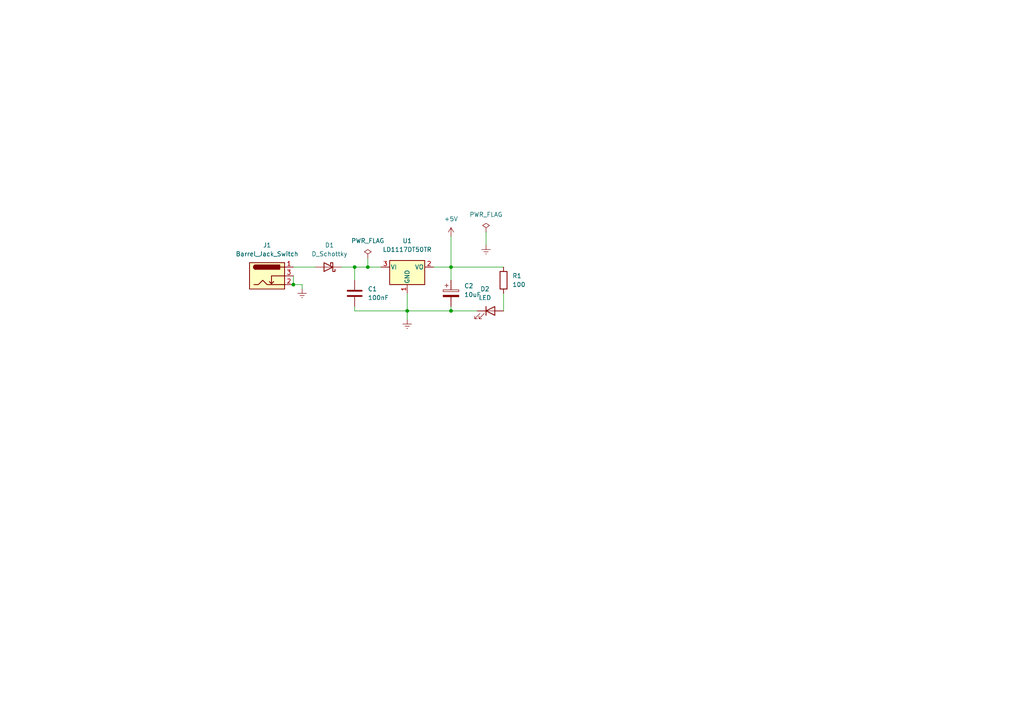
<source format=kicad_sch>
(kicad_sch (version 20211123) (generator eeschema)

  (uuid 7a0641fa-0def-42b5-ba2f-1fdc2419d678)

  (paper "A4")

  (lib_symbols
    (symbol "Connector:Barrel_Jack_Switch" (pin_names hide) (in_bom yes) (on_board yes)
      (property "Reference" "J" (id 0) (at 0 5.334 0)
        (effects (font (size 1.27 1.27)))
      )
      (property "Value" "Barrel_Jack_Switch" (id 1) (at 0 -5.08 0)
        (effects (font (size 1.27 1.27)))
      )
      (property "Footprint" "" (id 2) (at 1.27 -1.016 0)
        (effects (font (size 1.27 1.27)) hide)
      )
      (property "Datasheet" "~" (id 3) (at 1.27 -1.016 0)
        (effects (font (size 1.27 1.27)) hide)
      )
      (property "ki_keywords" "DC power barrel jack connector" (id 4) (at 0 0 0)
        (effects (font (size 1.27 1.27)) hide)
      )
      (property "ki_description" "DC Barrel Jack with an internal switch" (id 5) (at 0 0 0)
        (effects (font (size 1.27 1.27)) hide)
      )
      (property "ki_fp_filters" "BarrelJack*" (id 6) (at 0 0 0)
        (effects (font (size 1.27 1.27)) hide)
      )
      (symbol "Barrel_Jack_Switch_0_1"
        (rectangle (start -5.08 3.81) (end 5.08 -3.81)
          (stroke (width 0.254) (type default) (color 0 0 0 0))
          (fill (type background))
        )
        (arc (start -3.302 3.175) (mid -3.937 2.54) (end -3.302 1.905)
          (stroke (width 0.254) (type default) (color 0 0 0 0))
          (fill (type none))
        )
        (arc (start -3.302 3.175) (mid -3.937 2.54) (end -3.302 1.905)
          (stroke (width 0.254) (type default) (color 0 0 0 0))
          (fill (type outline))
        )
        (polyline
          (pts
            (xy 1.27 -2.286)
            (xy 1.905 -1.651)
          )
          (stroke (width 0.254) (type default) (color 0 0 0 0))
          (fill (type none))
        )
        (polyline
          (pts
            (xy 5.08 2.54)
            (xy 3.81 2.54)
          )
          (stroke (width 0.254) (type default) (color 0 0 0 0))
          (fill (type none))
        )
        (polyline
          (pts
            (xy 5.08 0)
            (xy 1.27 0)
            (xy 1.27 -2.286)
            (xy 0.635 -1.651)
          )
          (stroke (width 0.254) (type default) (color 0 0 0 0))
          (fill (type none))
        )
        (polyline
          (pts
            (xy -3.81 -2.54)
            (xy -2.54 -2.54)
            (xy -1.27 -1.27)
            (xy 0 -2.54)
            (xy 2.54 -2.54)
            (xy 5.08 -2.54)
          )
          (stroke (width 0.254) (type default) (color 0 0 0 0))
          (fill (type none))
        )
        (rectangle (start 3.683 3.175) (end -3.302 1.905)
          (stroke (width 0.254) (type default) (color 0 0 0 0))
          (fill (type outline))
        )
      )
      (symbol "Barrel_Jack_Switch_1_1"
        (pin passive line (at 7.62 2.54 180) (length 2.54)
          (name "~" (effects (font (size 1.27 1.27))))
          (number "1" (effects (font (size 1.27 1.27))))
        )
        (pin passive line (at 7.62 -2.54 180) (length 2.54)
          (name "~" (effects (font (size 1.27 1.27))))
          (number "2" (effects (font (size 1.27 1.27))))
        )
        (pin passive line (at 7.62 0 180) (length 2.54)
          (name "~" (effects (font (size 1.27 1.27))))
          (number "3" (effects (font (size 1.27 1.27))))
        )
      )
    )
    (symbol "Device:C" (pin_numbers hide) (pin_names (offset 0.254)) (in_bom yes) (on_board yes)
      (property "Reference" "C" (id 0) (at 0.635 2.54 0)
        (effects (font (size 1.27 1.27)) (justify left))
      )
      (property "Value" "C" (id 1) (at 0.635 -2.54 0)
        (effects (font (size 1.27 1.27)) (justify left))
      )
      (property "Footprint" "" (id 2) (at 0.9652 -3.81 0)
        (effects (font (size 1.27 1.27)) hide)
      )
      (property "Datasheet" "~" (id 3) (at 0 0 0)
        (effects (font (size 1.27 1.27)) hide)
      )
      (property "ki_keywords" "cap capacitor" (id 4) (at 0 0 0)
        (effects (font (size 1.27 1.27)) hide)
      )
      (property "ki_description" "Unpolarized capacitor" (id 5) (at 0 0 0)
        (effects (font (size 1.27 1.27)) hide)
      )
      (property "ki_fp_filters" "C_*" (id 6) (at 0 0 0)
        (effects (font (size 1.27 1.27)) hide)
      )
      (symbol "C_0_1"
        (polyline
          (pts
            (xy -2.032 -0.762)
            (xy 2.032 -0.762)
          )
          (stroke (width 0.508) (type default) (color 0 0 0 0))
          (fill (type none))
        )
        (polyline
          (pts
            (xy -2.032 0.762)
            (xy 2.032 0.762)
          )
          (stroke (width 0.508) (type default) (color 0 0 0 0))
          (fill (type none))
        )
      )
      (symbol "C_1_1"
        (pin passive line (at 0 3.81 270) (length 2.794)
          (name "~" (effects (font (size 1.27 1.27))))
          (number "1" (effects (font (size 1.27 1.27))))
        )
        (pin passive line (at 0 -3.81 90) (length 2.794)
          (name "~" (effects (font (size 1.27 1.27))))
          (number "2" (effects (font (size 1.27 1.27))))
        )
      )
    )
    (symbol "Device:C_Polarized" (pin_numbers hide) (pin_names (offset 0.254)) (in_bom yes) (on_board yes)
      (property "Reference" "C" (id 0) (at 0.635 2.54 0)
        (effects (font (size 1.27 1.27)) (justify left))
      )
      (property "Value" "C_Polarized" (id 1) (at 0.635 -2.54 0)
        (effects (font (size 1.27 1.27)) (justify left))
      )
      (property "Footprint" "" (id 2) (at 0.9652 -3.81 0)
        (effects (font (size 1.27 1.27)) hide)
      )
      (property "Datasheet" "~" (id 3) (at 0 0 0)
        (effects (font (size 1.27 1.27)) hide)
      )
      (property "ki_keywords" "cap capacitor" (id 4) (at 0 0 0)
        (effects (font (size 1.27 1.27)) hide)
      )
      (property "ki_description" "Polarized capacitor" (id 5) (at 0 0 0)
        (effects (font (size 1.27 1.27)) hide)
      )
      (property "ki_fp_filters" "CP_*" (id 6) (at 0 0 0)
        (effects (font (size 1.27 1.27)) hide)
      )
      (symbol "C_Polarized_0_1"
        (rectangle (start -2.286 0.508) (end 2.286 1.016)
          (stroke (width 0) (type default) (color 0 0 0 0))
          (fill (type none))
        )
        (polyline
          (pts
            (xy -1.778 2.286)
            (xy -0.762 2.286)
          )
          (stroke (width 0) (type default) (color 0 0 0 0))
          (fill (type none))
        )
        (polyline
          (pts
            (xy -1.27 2.794)
            (xy -1.27 1.778)
          )
          (stroke (width 0) (type default) (color 0 0 0 0))
          (fill (type none))
        )
        (rectangle (start 2.286 -0.508) (end -2.286 -1.016)
          (stroke (width 0) (type default) (color 0 0 0 0))
          (fill (type outline))
        )
      )
      (symbol "C_Polarized_1_1"
        (pin passive line (at 0 3.81 270) (length 2.794)
          (name "~" (effects (font (size 1.27 1.27))))
          (number "1" (effects (font (size 1.27 1.27))))
        )
        (pin passive line (at 0 -3.81 90) (length 2.794)
          (name "~" (effects (font (size 1.27 1.27))))
          (number "2" (effects (font (size 1.27 1.27))))
        )
      )
    )
    (symbol "Device:D_Schottky" (pin_numbers hide) (pin_names (offset 1.016) hide) (in_bom yes) (on_board yes)
      (property "Reference" "D" (id 0) (at 0 2.54 0)
        (effects (font (size 1.27 1.27)))
      )
      (property "Value" "D_Schottky" (id 1) (at 0 -2.54 0)
        (effects (font (size 1.27 1.27)))
      )
      (property "Footprint" "" (id 2) (at 0 0 0)
        (effects (font (size 1.27 1.27)) hide)
      )
      (property "Datasheet" "~" (id 3) (at 0 0 0)
        (effects (font (size 1.27 1.27)) hide)
      )
      (property "ki_keywords" "diode Schottky" (id 4) (at 0 0 0)
        (effects (font (size 1.27 1.27)) hide)
      )
      (property "ki_description" "Schottky diode" (id 5) (at 0 0 0)
        (effects (font (size 1.27 1.27)) hide)
      )
      (property "ki_fp_filters" "TO-???* *_Diode_* *SingleDiode* D_*" (id 6) (at 0 0 0)
        (effects (font (size 1.27 1.27)) hide)
      )
      (symbol "D_Schottky_0_1"
        (polyline
          (pts
            (xy 1.27 0)
            (xy -1.27 0)
          )
          (stroke (width 0) (type default) (color 0 0 0 0))
          (fill (type none))
        )
        (polyline
          (pts
            (xy 1.27 1.27)
            (xy 1.27 -1.27)
            (xy -1.27 0)
            (xy 1.27 1.27)
          )
          (stroke (width 0.254) (type default) (color 0 0 0 0))
          (fill (type none))
        )
        (polyline
          (pts
            (xy -1.905 0.635)
            (xy -1.905 1.27)
            (xy -1.27 1.27)
            (xy -1.27 -1.27)
            (xy -0.635 -1.27)
            (xy -0.635 -0.635)
          )
          (stroke (width 0.254) (type default) (color 0 0 0 0))
          (fill (type none))
        )
      )
      (symbol "D_Schottky_1_1"
        (pin passive line (at -3.81 0 0) (length 2.54)
          (name "K" (effects (font (size 1.27 1.27))))
          (number "1" (effects (font (size 1.27 1.27))))
        )
        (pin passive line (at 3.81 0 180) (length 2.54)
          (name "A" (effects (font (size 1.27 1.27))))
          (number "2" (effects (font (size 1.27 1.27))))
        )
      )
    )
    (symbol "Device:LED" (pin_numbers hide) (pin_names (offset 1.016) hide) (in_bom yes) (on_board yes)
      (property "Reference" "D" (id 0) (at 0 2.54 0)
        (effects (font (size 1.27 1.27)))
      )
      (property "Value" "LED" (id 1) (at 0 -2.54 0)
        (effects (font (size 1.27 1.27)))
      )
      (property "Footprint" "" (id 2) (at 0 0 0)
        (effects (font (size 1.27 1.27)) hide)
      )
      (property "Datasheet" "~" (id 3) (at 0 0 0)
        (effects (font (size 1.27 1.27)) hide)
      )
      (property "ki_keywords" "LED diode" (id 4) (at 0 0 0)
        (effects (font (size 1.27 1.27)) hide)
      )
      (property "ki_description" "Light emitting diode" (id 5) (at 0 0 0)
        (effects (font (size 1.27 1.27)) hide)
      )
      (property "ki_fp_filters" "LED* LED_SMD:* LED_THT:*" (id 6) (at 0 0 0)
        (effects (font (size 1.27 1.27)) hide)
      )
      (symbol "LED_0_1"
        (polyline
          (pts
            (xy -1.27 -1.27)
            (xy -1.27 1.27)
          )
          (stroke (width 0.254) (type default) (color 0 0 0 0))
          (fill (type none))
        )
        (polyline
          (pts
            (xy -1.27 0)
            (xy 1.27 0)
          )
          (stroke (width 0) (type default) (color 0 0 0 0))
          (fill (type none))
        )
        (polyline
          (pts
            (xy 1.27 -1.27)
            (xy 1.27 1.27)
            (xy -1.27 0)
            (xy 1.27 -1.27)
          )
          (stroke (width 0.254) (type default) (color 0 0 0 0))
          (fill (type none))
        )
        (polyline
          (pts
            (xy -3.048 -0.762)
            (xy -4.572 -2.286)
            (xy -3.81 -2.286)
            (xy -4.572 -2.286)
            (xy -4.572 -1.524)
          )
          (stroke (width 0) (type default) (color 0 0 0 0))
          (fill (type none))
        )
        (polyline
          (pts
            (xy -1.778 -0.762)
            (xy -3.302 -2.286)
            (xy -2.54 -2.286)
            (xy -3.302 -2.286)
            (xy -3.302 -1.524)
          )
          (stroke (width 0) (type default) (color 0 0 0 0))
          (fill (type none))
        )
      )
      (symbol "LED_1_1"
        (pin passive line (at -3.81 0 0) (length 2.54)
          (name "K" (effects (font (size 1.27 1.27))))
          (number "1" (effects (font (size 1.27 1.27))))
        )
        (pin passive line (at 3.81 0 180) (length 2.54)
          (name "A" (effects (font (size 1.27 1.27))))
          (number "2" (effects (font (size 1.27 1.27))))
        )
      )
    )
    (symbol "Device:R" (pin_numbers hide) (pin_names (offset 0)) (in_bom yes) (on_board yes)
      (property "Reference" "R" (id 0) (at 2.032 0 90)
        (effects (font (size 1.27 1.27)))
      )
      (property "Value" "R" (id 1) (at 0 0 90)
        (effects (font (size 1.27 1.27)))
      )
      (property "Footprint" "" (id 2) (at -1.778 0 90)
        (effects (font (size 1.27 1.27)) hide)
      )
      (property "Datasheet" "~" (id 3) (at 0 0 0)
        (effects (font (size 1.27 1.27)) hide)
      )
      (property "ki_keywords" "R res resistor" (id 4) (at 0 0 0)
        (effects (font (size 1.27 1.27)) hide)
      )
      (property "ki_description" "Resistor" (id 5) (at 0 0 0)
        (effects (font (size 1.27 1.27)) hide)
      )
      (property "ki_fp_filters" "R_*" (id 6) (at 0 0 0)
        (effects (font (size 1.27 1.27)) hide)
      )
      (symbol "R_0_1"
        (rectangle (start -1.016 -2.54) (end 1.016 2.54)
          (stroke (width 0.254) (type default) (color 0 0 0 0))
          (fill (type none))
        )
      )
      (symbol "R_1_1"
        (pin passive line (at 0 3.81 270) (length 1.27)
          (name "~" (effects (font (size 1.27 1.27))))
          (number "1" (effects (font (size 1.27 1.27))))
        )
        (pin passive line (at 0 -3.81 90) (length 1.27)
          (name "~" (effects (font (size 1.27 1.27))))
          (number "2" (effects (font (size 1.27 1.27))))
        )
      )
    )
    (symbol "Regulator_Linear:LD1117S50TR_SOT223" (pin_names (offset 0.254)) (in_bom yes) (on_board yes)
      (property "Reference" "U" (id 0) (at -3.81 3.175 0)
        (effects (font (size 1.27 1.27)))
      )
      (property "Value" "LD1117S50TR_SOT223" (id 1) (at 0 3.175 0)
        (effects (font (size 1.27 1.27)) (justify left))
      )
      (property "Footprint" "Package_TO_SOT_SMD:SOT-223-3_TabPin2" (id 2) (at 0 5.08 0)
        (effects (font (size 1.27 1.27)) hide)
      )
      (property "Datasheet" "http://www.st.com/st-web-ui/static/active/en/resource/technical/document/datasheet/CD00000544.pdf" (id 3) (at 2.54 -6.35 0)
        (effects (font (size 1.27 1.27)) hide)
      )
      (property "ki_keywords" "REGULATOR LDO 5.0V" (id 4) (at 0 0 0)
        (effects (font (size 1.27 1.27)) hide)
      )
      (property "ki_description" "800mA Fixed Low Drop Positive Voltage Regulator, Fixed Output 5.0V, SOT-223" (id 5) (at 0 0 0)
        (effects (font (size 1.27 1.27)) hide)
      )
      (property "ki_fp_filters" "SOT?223*TabPin2*" (id 6) (at 0 0 0)
        (effects (font (size 1.27 1.27)) hide)
      )
      (symbol "LD1117S50TR_SOT223_0_1"
        (rectangle (start -5.08 -5.08) (end 5.08 1.905)
          (stroke (width 0.254) (type default) (color 0 0 0 0))
          (fill (type background))
        )
      )
      (symbol "LD1117S50TR_SOT223_1_1"
        (pin power_in line (at 0 -7.62 90) (length 2.54)
          (name "GND" (effects (font (size 1.27 1.27))))
          (number "1" (effects (font (size 1.27 1.27))))
        )
        (pin power_out line (at 7.62 0 180) (length 2.54)
          (name "VO" (effects (font (size 1.27 1.27))))
          (number "2" (effects (font (size 1.27 1.27))))
        )
        (pin power_in line (at -7.62 0 0) (length 2.54)
          (name "VI" (effects (font (size 1.27 1.27))))
          (number "3" (effects (font (size 1.27 1.27))))
        )
      )
    )
    (symbol "power:+5V" (power) (pin_names (offset 0)) (in_bom yes) (on_board yes)
      (property "Reference" "#PWR" (id 0) (at 0 -3.81 0)
        (effects (font (size 1.27 1.27)) hide)
      )
      (property "Value" "+5V" (id 1) (at 0 3.556 0)
        (effects (font (size 1.27 1.27)))
      )
      (property "Footprint" "" (id 2) (at 0 0 0)
        (effects (font (size 1.27 1.27)) hide)
      )
      (property "Datasheet" "" (id 3) (at 0 0 0)
        (effects (font (size 1.27 1.27)) hide)
      )
      (property "ki_keywords" "power-flag" (id 4) (at 0 0 0)
        (effects (font (size 1.27 1.27)) hide)
      )
      (property "ki_description" "Power symbol creates a global label with name \"+5V\"" (id 5) (at 0 0 0)
        (effects (font (size 1.27 1.27)) hide)
      )
      (symbol "+5V_0_1"
        (polyline
          (pts
            (xy -0.762 1.27)
            (xy 0 2.54)
          )
          (stroke (width 0) (type default) (color 0 0 0 0))
          (fill (type none))
        )
        (polyline
          (pts
            (xy 0 0)
            (xy 0 2.54)
          )
          (stroke (width 0) (type default) (color 0 0 0 0))
          (fill (type none))
        )
        (polyline
          (pts
            (xy 0 2.54)
            (xy 0.762 1.27)
          )
          (stroke (width 0) (type default) (color 0 0 0 0))
          (fill (type none))
        )
      )
      (symbol "+5V_1_1"
        (pin power_in line (at 0 0 90) (length 0) hide
          (name "+5V" (effects (font (size 1.27 1.27))))
          (number "1" (effects (font (size 1.27 1.27))))
        )
      )
    )
    (symbol "power:Earth" (power) (pin_names (offset 0)) (in_bom yes) (on_board yes)
      (property "Reference" "#PWR" (id 0) (at 0 -6.35 0)
        (effects (font (size 1.27 1.27)) hide)
      )
      (property "Value" "Earth" (id 1) (at 0 -3.81 0)
        (effects (font (size 1.27 1.27)) hide)
      )
      (property "Footprint" "" (id 2) (at 0 0 0)
        (effects (font (size 1.27 1.27)) hide)
      )
      (property "Datasheet" "~" (id 3) (at 0 0 0)
        (effects (font (size 1.27 1.27)) hide)
      )
      (property "ki_keywords" "power-flag ground gnd" (id 4) (at 0 0 0)
        (effects (font (size 1.27 1.27)) hide)
      )
      (property "ki_description" "Power symbol creates a global label with name \"Earth\"" (id 5) (at 0 0 0)
        (effects (font (size 1.27 1.27)) hide)
      )
      (symbol "Earth_0_1"
        (polyline
          (pts
            (xy -0.635 -1.905)
            (xy 0.635 -1.905)
          )
          (stroke (width 0) (type default) (color 0 0 0 0))
          (fill (type none))
        )
        (polyline
          (pts
            (xy -0.127 -2.54)
            (xy 0.127 -2.54)
          )
          (stroke (width 0) (type default) (color 0 0 0 0))
          (fill (type none))
        )
        (polyline
          (pts
            (xy 0 -1.27)
            (xy 0 0)
          )
          (stroke (width 0) (type default) (color 0 0 0 0))
          (fill (type none))
        )
        (polyline
          (pts
            (xy 1.27 -1.27)
            (xy -1.27 -1.27)
          )
          (stroke (width 0) (type default) (color 0 0 0 0))
          (fill (type none))
        )
      )
      (symbol "Earth_1_1"
        (pin power_in line (at 0 0 270) (length 0) hide
          (name "Earth" (effects (font (size 1.27 1.27))))
          (number "1" (effects (font (size 1.27 1.27))))
        )
      )
    )
    (symbol "power:PWR_FLAG" (power) (pin_numbers hide) (pin_names (offset 0) hide) (in_bom yes) (on_board yes)
      (property "Reference" "#FLG" (id 0) (at 0 1.905 0)
        (effects (font (size 1.27 1.27)) hide)
      )
      (property "Value" "PWR_FLAG" (id 1) (at 0 3.81 0)
        (effects (font (size 1.27 1.27)))
      )
      (property "Footprint" "" (id 2) (at 0 0 0)
        (effects (font (size 1.27 1.27)) hide)
      )
      (property "Datasheet" "~" (id 3) (at 0 0 0)
        (effects (font (size 1.27 1.27)) hide)
      )
      (property "ki_keywords" "power-flag" (id 4) (at 0 0 0)
        (effects (font (size 1.27 1.27)) hide)
      )
      (property "ki_description" "Special symbol for telling ERC where power comes from" (id 5) (at 0 0 0)
        (effects (font (size 1.27 1.27)) hide)
      )
      (symbol "PWR_FLAG_0_0"
        (pin power_out line (at 0 0 90) (length 0)
          (name "pwr" (effects (font (size 1.27 1.27))))
          (number "1" (effects (font (size 1.27 1.27))))
        )
      )
      (symbol "PWR_FLAG_0_1"
        (polyline
          (pts
            (xy 0 0)
            (xy 0 1.27)
            (xy -1.016 1.905)
            (xy 0 2.54)
            (xy 1.016 1.905)
            (xy 0 1.27)
          )
          (stroke (width 0) (type default) (color 0 0 0 0))
          (fill (type none))
        )
      )
    )
  )

  (junction (at 106.68 77.47) (diameter 0) (color 0 0 0 0)
    (uuid 0a3e4524-31c7-4f99-9342-8728fa485f6e)
  )
  (junction (at 130.81 77.47) (diameter 0) (color 0 0 0 0)
    (uuid 10822368-0e12-431b-8c12-cb7f4bbe9740)
  )
  (junction (at 85.09 82.55) (diameter 0) (color 0 0 0 0)
    (uuid 26911262-9941-4ca9-9337-6f1eaa8ffd47)
  )
  (junction (at 130.81 90.17) (diameter 0) (color 0 0 0 0)
    (uuid 59f0aea6-1c77-41e8-a535-c501d5960f62)
  )
  (junction (at 102.87 77.47) (diameter 0) (color 0 0 0 0)
    (uuid c91af2de-c914-4fd3-97c2-839e6e911ed7)
  )
  (junction (at 118.11 90.17) (diameter 0) (color 0 0 0 0)
    (uuid f53bfaad-0288-43ea-b17a-4e87b71c51eb)
  )

  (wire (pts (xy 130.81 88.9) (xy 130.81 90.17))
    (stroke (width 0) (type default) (color 0 0 0 0))
    (uuid 06f135b0-5a72-42f6-8eb8-4a2e09ed4110)
  )
  (wire (pts (xy 130.81 81.28) (xy 130.81 77.47))
    (stroke (width 0) (type default) (color 0 0 0 0))
    (uuid 1ab7faf5-43ab-4823-ac26-34babc931942)
  )
  (wire (pts (xy 87.63 83.82) (xy 87.63 82.55))
    (stroke (width 0) (type default) (color 0 0 0 0))
    (uuid 1b5dae06-c445-45c4-8d41-370c37388fc1)
  )
  (wire (pts (xy 130.81 68.58) (xy 130.81 77.47))
    (stroke (width 0) (type default) (color 0 0 0 0))
    (uuid 24161c95-38ce-4ec5-afaa-5af09414812e)
  )
  (wire (pts (xy 102.87 88.9) (xy 102.87 90.17))
    (stroke (width 0) (type default) (color 0 0 0 0))
    (uuid 2d91d3a2-f485-4325-9d18-f6078b20c3d9)
  )
  (wire (pts (xy 102.87 90.17) (xy 118.11 90.17))
    (stroke (width 0) (type default) (color 0 0 0 0))
    (uuid 462c3ed3-e74e-4ee6-b1fa-b63255548e94)
  )
  (wire (pts (xy 118.11 90.17) (xy 118.11 92.71))
    (stroke (width 0) (type default) (color 0 0 0 0))
    (uuid 4b2cc5e7-0373-4d07-a85e-e3f852868088)
  )
  (wire (pts (xy 130.81 77.47) (xy 125.73 77.47))
    (stroke (width 0) (type default) (color 0 0 0 0))
    (uuid 5504cabe-8027-4142-aa6f-f1cf269ba7b8)
  )
  (wire (pts (xy 102.87 77.47) (xy 106.68 77.47))
    (stroke (width 0) (type default) (color 0 0 0 0))
    (uuid 72e3c374-41e8-497c-84dd-4ff84f34f7b1)
  )
  (wire (pts (xy 118.11 90.17) (xy 130.81 90.17))
    (stroke (width 0) (type default) (color 0 0 0 0))
    (uuid 741dbb48-3dad-4440-9d34-7b8f4d42191b)
  )
  (wire (pts (xy 106.68 77.47) (xy 110.49 77.47))
    (stroke (width 0) (type default) (color 0 0 0 0))
    (uuid 7e63c184-f447-4a83-aca6-457673d4f23b)
  )
  (wire (pts (xy 118.11 85.09) (xy 118.11 90.17))
    (stroke (width 0) (type default) (color 0 0 0 0))
    (uuid 7f471642-1233-423c-8a36-6c83b062a83f)
  )
  (wire (pts (xy 130.81 77.47) (xy 146.05 77.47))
    (stroke (width 0) (type default) (color 0 0 0 0))
    (uuid 9fb3ebe2-1975-46b0-9e56-024fdb5dca65)
  )
  (wire (pts (xy 146.05 85.09) (xy 146.05 90.17))
    (stroke (width 0) (type default) (color 0 0 0 0))
    (uuid a0c20d56-8cd2-48bc-8c2a-607393fe8f2a)
  )
  (wire (pts (xy 85.09 80.01) (xy 85.09 82.55))
    (stroke (width 0) (type default) (color 0 0 0 0))
    (uuid a2d8a2ff-02ae-424b-8dfd-fef53e04c9c8)
  )
  (wire (pts (xy 102.87 77.47) (xy 102.87 81.28))
    (stroke (width 0) (type default) (color 0 0 0 0))
    (uuid ba8244e2-67ae-47d6-acea-927aaf267f1a)
  )
  (wire (pts (xy 99.06 77.47) (xy 102.87 77.47))
    (stroke (width 0) (type default) (color 0 0 0 0))
    (uuid c1150a5a-c884-415a-99cd-1291b3364919)
  )
  (wire (pts (xy 130.81 90.17) (xy 138.43 90.17))
    (stroke (width 0) (type default) (color 0 0 0 0))
    (uuid c3f60cd8-3b2b-45a1-aae3-a237e38944df)
  )
  (wire (pts (xy 85.09 77.47) (xy 91.44 77.47))
    (stroke (width 0) (type default) (color 0 0 0 0))
    (uuid c4a31867-d2a5-4d0c-a9e6-6248294ddb25)
  )
  (wire (pts (xy 140.97 67.31) (xy 140.97 71.12))
    (stroke (width 0) (type default) (color 0 0 0 0))
    (uuid e59e58b4-14ee-4e72-b97a-331569d704b7)
  )
  (wire (pts (xy 87.63 82.55) (xy 85.09 82.55))
    (stroke (width 0) (type default) (color 0 0 0 0))
    (uuid f17e6508-f2c6-49bf-ba32-0b9bf9d559c9)
  )
  (wire (pts (xy 106.68 74.93) (xy 106.68 77.47))
    (stroke (width 0) (type default) (color 0 0 0 0))
    (uuid f2849b38-2184-48d7-a1ce-e6e751b8fa3a)
  )

  (symbol (lib_id "power:+5V") (at 130.81 68.58 0) (unit 1)
    (in_bom yes) (on_board yes) (fields_autoplaced)
    (uuid 0da2b20b-5212-4491-90db-febd6b2d78db)
    (property "Reference" "#PWR0103" (id 0) (at 130.81 72.39 0)
      (effects (font (size 1.27 1.27)) hide)
    )
    (property "Value" "+5V" (id 1) (at 130.81 63.5 0))
    (property "Footprint" "" (id 2) (at 130.81 68.58 0)
      (effects (font (size 1.27 1.27)) hide)
    )
    (property "Datasheet" "" (id 3) (at 130.81 68.58 0)
      (effects (font (size 1.27 1.27)) hide)
    )
    (pin "1" (uuid 91fc75bb-a357-4d60-b7de-5a640d0abd10))
  )

  (symbol (lib_id "Connector:Barrel_Jack_Switch") (at 77.47 80.01 0) (unit 1)
    (in_bom yes) (on_board yes) (fields_autoplaced)
    (uuid 1d9209fc-3765-4521-b521-6639cb8a26bf)
    (property "Reference" "J1" (id 0) (at 77.47 71.12 0))
    (property "Value" "Barrel_Jack_Switch" (id 1) (at 77.47 73.66 0))
    (property "Footprint" "Connector_BarrelJack:BarrelJack_Horizontal" (id 2) (at 78.74 81.026 0)
      (effects (font (size 1.27 1.27)) hide)
    )
    (property "Datasheet" "~" (id 3) (at 78.74 81.026 0)
      (effects (font (size 1.27 1.27)) hide)
    )
    (pin "1" (uuid 274d2a99-638b-4480-8249-4d8062bac439))
    (pin "2" (uuid c904cd6a-2876-43ea-86ff-647dba742e1e))
    (pin "3" (uuid f9bdeceb-218c-4c22-85af-ef871dbbf855))
  )

  (symbol (lib_id "Device:LED") (at 142.24 90.17 0) (unit 1)
    (in_bom yes) (on_board yes) (fields_autoplaced)
    (uuid 2bdee148-7fb9-405f-90da-d07db74db017)
    (property "Reference" "D2" (id 0) (at 140.6525 83.82 0))
    (property "Value" "LED" (id 1) (at 140.6525 86.36 0))
    (property "Footprint" "LED_SMD:LED_1206_3216Metric_Pad1.42x1.75mm_HandSolder" (id 2) (at 142.24 90.17 0)
      (effects (font (size 1.27 1.27)) hide)
    )
    (property "Datasheet" "~" (id 3) (at 142.24 90.17 0)
      (effects (font (size 1.27 1.27)) hide)
    )
    (pin "1" (uuid e07083c5-2af3-499d-90c3-b60d50fb4da5))
    (pin "2" (uuid bff5f457-2cc3-40a9-ac47-680c066b4faf))
  )

  (symbol (lib_id "power:Earth") (at 87.63 83.82 0) (unit 1)
    (in_bom yes) (on_board yes) (fields_autoplaced)
    (uuid 37066e98-db5a-497e-ab4c-eb2ef4a0ff15)
    (property "Reference" "#PWR0101" (id 0) (at 87.63 90.17 0)
      (effects (font (size 1.27 1.27)) hide)
    )
    (property "Value" "Earth" (id 1) (at 87.63 87.63 0)
      (effects (font (size 1.27 1.27)) hide)
    )
    (property "Footprint" "" (id 2) (at 87.63 83.82 0)
      (effects (font (size 1.27 1.27)) hide)
    )
    (property "Datasheet" "~" (id 3) (at 87.63 83.82 0)
      (effects (font (size 1.27 1.27)) hide)
    )
    (pin "1" (uuid feb439e1-3258-426e-ae7c-63abff0f9a8e))
  )

  (symbol (lib_id "Device:D_Schottky") (at 95.25 77.47 180) (unit 1)
    (in_bom yes) (on_board yes) (fields_autoplaced)
    (uuid 3a3aca63-b635-4677-a0de-862a06867a82)
    (property "Reference" "D1" (id 0) (at 95.5675 71.12 0))
    (property "Value" "D_Schottky" (id 1) (at 95.5675 73.66 0))
    (property "Footprint" "Diode_SMD:D_SOD-123" (id 2) (at 95.25 77.47 0)
      (effects (font (size 1.27 1.27)) hide)
    )
    (property "Datasheet" "~" (id 3) (at 95.25 77.47 0)
      (effects (font (size 1.27 1.27)) hide)
    )
    (pin "1" (uuid 7b09b870-d8c6-4d8e-ab69-f64de272452d))
    (pin "2" (uuid bee792b8-9203-4aad-8f99-b15b8c4b4bf6))
  )

  (symbol (lib_id "power:Earth") (at 140.97 71.12 0) (unit 1)
    (in_bom yes) (on_board yes) (fields_autoplaced)
    (uuid 5b56662c-4ce2-4cbb-b084-0d2b1297994a)
    (property "Reference" "#PWR0102" (id 0) (at 140.97 77.47 0)
      (effects (font (size 1.27 1.27)) hide)
    )
    (property "Value" "Earth" (id 1) (at 140.97 74.93 0)
      (effects (font (size 1.27 1.27)) hide)
    )
    (property "Footprint" "" (id 2) (at 140.97 71.12 0)
      (effects (font (size 1.27 1.27)) hide)
    )
    (property "Datasheet" "~" (id 3) (at 140.97 71.12 0)
      (effects (font (size 1.27 1.27)) hide)
    )
    (pin "1" (uuid 748e2a70-01e7-458e-8a77-56ff3ec5da37))
  )

  (symbol (lib_id "Regulator_Linear:LD1117S50TR_SOT223") (at 118.11 77.47 0) (unit 1)
    (in_bom yes) (on_board yes) (fields_autoplaced)
    (uuid 5f3c8920-cc7a-4fa3-9801-46659a9e1f9f)
    (property "Reference" "U1" (id 0) (at 118.11 69.85 0))
    (property "Value" "LD1117DT50TR" (id 1) (at 118.11 72.39 0))
    (property "Footprint" "Package_TO_SOT_SMD:ATPAK-2" (id 2) (at 118.11 72.39 0)
      (effects (font (size 1.27 1.27)) hide)
    )
    (property "Datasheet" "http://www.st.com/st-web-ui/static/active/en/resource/technical/document/datasheet/CD00000544.pdf" (id 3) (at 120.65 83.82 0)
      (effects (font (size 1.27 1.27)) hide)
    )
    (pin "1" (uuid e0e64fa9-5ac0-46c7-aa44-95f77b9d5430))
    (pin "2" (uuid 62b9da74-2dbc-426a-b2cf-7e3ff1ebe257))
    (pin "3" (uuid 198a1923-290d-40d2-bc88-a08e82b80733))
  )

  (symbol (lib_id "Device:C") (at 102.87 85.09 0) (unit 1)
    (in_bom yes) (on_board yes) (fields_autoplaced)
    (uuid 75cf616e-9390-429e-bde0-ec0902b2d579)
    (property "Reference" "C1" (id 0) (at 106.68 83.8199 0)
      (effects (font (size 1.27 1.27)) (justify left))
    )
    (property "Value" "100nF" (id 1) (at 106.68 86.3599 0)
      (effects (font (size 1.27 1.27)) (justify left))
    )
    (property "Footprint" "Capacitor_SMD:C_0805_2012Metric" (id 2) (at 103.8352 88.9 0)
      (effects (font (size 1.27 1.27)) hide)
    )
    (property "Datasheet" "~" (id 3) (at 102.87 85.09 0)
      (effects (font (size 1.27 1.27)) hide)
    )
    (pin "1" (uuid 433a5699-bd7b-46e0-98ae-57b8747b81c1))
    (pin "2" (uuid 11bfae0d-5e95-4be3-b109-5b2ee694f5ea))
  )

  (symbol (lib_id "power:PWR_FLAG") (at 140.97 67.31 0) (unit 1)
    (in_bom yes) (on_board yes) (fields_autoplaced)
    (uuid 9100fd1e-0ab3-49a2-94d8-d9e2187e85fa)
    (property "Reference" "#FLG0101" (id 0) (at 140.97 65.405 0)
      (effects (font (size 1.27 1.27)) hide)
    )
    (property "Value" "PWR_FLAG" (id 1) (at 140.97 62.23 0))
    (property "Footprint" "" (id 2) (at 140.97 67.31 0)
      (effects (font (size 1.27 1.27)) hide)
    )
    (property "Datasheet" "~" (id 3) (at 140.97 67.31 0)
      (effects (font (size 1.27 1.27)) hide)
    )
    (pin "1" (uuid 278e5ce4-670d-4322-900b-e7af6e0bb8be))
  )

  (symbol (lib_id "Device:R") (at 146.05 81.28 0) (unit 1)
    (in_bom yes) (on_board yes) (fields_autoplaced)
    (uuid be93725a-2123-4199-9c95-1c7cacb1763e)
    (property "Reference" "R1" (id 0) (at 148.59 80.0099 0)
      (effects (font (size 1.27 1.27)) (justify left))
    )
    (property "Value" "100" (id 1) (at 148.59 82.5499 0)
      (effects (font (size 1.27 1.27)) (justify left))
    )
    (property "Footprint" "Resistor_SMD:R_0805_2012Metric" (id 2) (at 144.272 81.28 90)
      (effects (font (size 1.27 1.27)) hide)
    )
    (property "Datasheet" "~" (id 3) (at 146.05 81.28 0)
      (effects (font (size 1.27 1.27)) hide)
    )
    (pin "1" (uuid ede17dd5-8d66-46f5-b58f-c99270bc800c))
    (pin "2" (uuid 61d4b756-3f3d-43c4-8005-08ead55bf0c4))
  )

  (symbol (lib_id "Device:C_Polarized") (at 130.81 85.09 0) (unit 1)
    (in_bom yes) (on_board yes) (fields_autoplaced)
    (uuid c318c6c9-00d4-4397-8396-c37646a699d6)
    (property "Reference" "C2" (id 0) (at 134.62 82.9309 0)
      (effects (font (size 1.27 1.27)) (justify left))
    )
    (property "Value" "10uF" (id 1) (at 134.62 85.4709 0)
      (effects (font (size 1.27 1.27)) (justify left))
    )
    (property "Footprint" "Capacitor_Tantalum_SMD:CP_EIA-3216-12_Kemet-S" (id 2) (at 131.7752 88.9 0)
      (effects (font (size 1.27 1.27)) hide)
    )
    (property "Datasheet" "~" (id 3) (at 130.81 85.09 0)
      (effects (font (size 1.27 1.27)) hide)
    )
    (pin "1" (uuid c31dca69-72e9-463e-a950-bdd726eeba71))
    (pin "2" (uuid d2989662-0044-4b1b-85fc-52e1b8c0e436))
  )

  (symbol (lib_id "power:Earth") (at 118.11 92.71 0) (unit 1)
    (in_bom yes) (on_board yes) (fields_autoplaced)
    (uuid f079dc59-1902-4f60-91a5-aa85c9a137cd)
    (property "Reference" "#PWR0104" (id 0) (at 118.11 99.06 0)
      (effects (font (size 1.27 1.27)) hide)
    )
    (property "Value" "Earth" (id 1) (at 118.11 96.52 0)
      (effects (font (size 1.27 1.27)) hide)
    )
    (property "Footprint" "" (id 2) (at 118.11 92.71 0)
      (effects (font (size 1.27 1.27)) hide)
    )
    (property "Datasheet" "~" (id 3) (at 118.11 92.71 0)
      (effects (font (size 1.27 1.27)) hide)
    )
    (pin "1" (uuid eb859bd5-cb67-40bf-81dc-6bcf74142183))
  )

  (symbol (lib_id "power:PWR_FLAG") (at 106.68 74.93 0) (unit 1)
    (in_bom yes) (on_board yes) (fields_autoplaced)
    (uuid f99db54a-6c03-4ec3-9f55-a4f384d6a351)
    (property "Reference" "#FLG0102" (id 0) (at 106.68 73.025 0)
      (effects (font (size 1.27 1.27)) hide)
    )
    (property "Value" "PWR_FLAG" (id 1) (at 106.68 69.85 0))
    (property "Footprint" "" (id 2) (at 106.68 74.93 0)
      (effects (font (size 1.27 1.27)) hide)
    )
    (property "Datasheet" "~" (id 3) (at 106.68 74.93 0)
      (effects (font (size 1.27 1.27)) hide)
    )
    (pin "1" (uuid 81dd66b6-40a2-44e2-be53-f8a77204ebce))
  )
)

</source>
